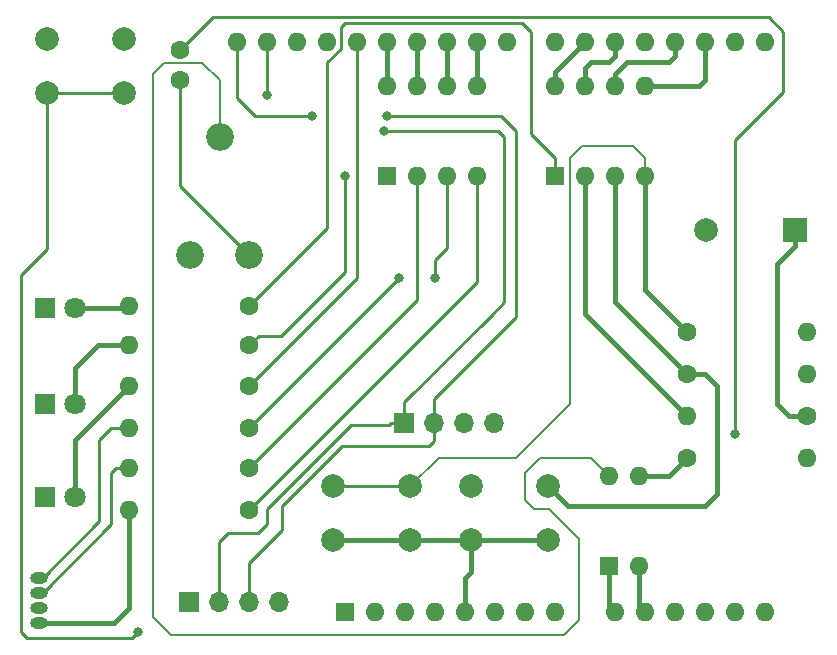
<source format=gbr>
G04 #@! TF.GenerationSoftware,KiCad,Pcbnew,(5.1.4-0-10_14)*
G04 #@! TF.CreationDate,2020-06-08T18:04:02+02:00*
G04 #@! TF.ProjectId,myShield,6d795368-6965-46c6-942e-6b696361645f,rev?*
G04 #@! TF.SameCoordinates,Original*
G04 #@! TF.FileFunction,Copper,L2,Bot*
G04 #@! TF.FilePolarity,Positive*
%FSLAX46Y46*%
G04 Gerber Fmt 4.6, Leading zero omitted, Abs format (unit mm)*
G04 Created by KiCad (PCBNEW (5.1.4-0-10_14)) date 2020-06-08 18:04:02*
%MOMM*%
%LPD*%
G04 APERTURE LIST*
%ADD10O,1.600000X1.600000*%
%ADD11R,1.600000X1.600000*%
%ADD12R,2.000000X2.000000*%
%ADD13C,2.000000*%
%ADD14R,1.800000X1.800000*%
%ADD15C,1.800000*%
%ADD16O,1.524000X1.000000*%
%ADD17R,1.700000X1.700000*%
%ADD18O,1.700000X1.700000*%
%ADD19C,1.600000*%
%ADD20C,2.340000*%
%ADD21C,0.800000*%
%ADD22C,0.254000*%
%ADD23C,0.381000*%
%ADD24C,0.203200*%
G04 APERTURE END LIST*
D10*
X121924000Y-66929000D03*
X124464000Y-66929000D03*
D11*
X131064000Y-115189000D03*
D10*
X161544000Y-66929000D03*
X133604000Y-115189000D03*
X159004000Y-66929000D03*
X136144000Y-115189000D03*
X156464000Y-66929000D03*
X138684000Y-115189000D03*
X153924000Y-66929000D03*
X141224000Y-115189000D03*
X151384000Y-66929000D03*
X143764000Y-115189000D03*
X148844000Y-66929000D03*
X146304000Y-115189000D03*
X144784000Y-66929000D03*
X148844000Y-115189000D03*
X142244000Y-66929000D03*
X153924000Y-115189000D03*
X139704000Y-66929000D03*
X156464000Y-115189000D03*
X137164000Y-66929000D03*
X159004000Y-115189000D03*
X134624000Y-66929000D03*
X161544000Y-115189000D03*
X132084000Y-66929000D03*
X164084000Y-115189000D03*
X129544000Y-66929000D03*
X166624000Y-115189000D03*
X127004000Y-66929000D03*
X166624000Y-66929000D03*
X164084000Y-66929000D03*
D12*
X169164000Y-82804000D03*
D13*
X161564000Y-82804000D03*
D14*
X105664000Y-105410000D03*
D15*
X108204000Y-105410000D03*
X108204000Y-97536000D03*
D14*
X105664000Y-97536000D03*
X105664000Y-89408000D03*
D15*
X108204000Y-89408000D03*
D16*
X105156000Y-116078000D03*
X105156000Y-112268000D03*
X105156000Y-113538000D03*
X105156000Y-114808000D03*
D17*
X136017000Y-99187000D03*
D18*
X138557000Y-99187000D03*
X141097000Y-99187000D03*
X143637000Y-99187000D03*
X125476000Y-114300000D03*
X122936000Y-114300000D03*
X120396000Y-114300000D03*
D17*
X117856000Y-114300000D03*
D19*
X160020000Y-91440000D03*
D10*
X170180000Y-91440000D03*
D19*
X117094000Y-70104000D03*
X117094000Y-67564000D03*
X160020000Y-102108000D03*
D10*
X170180000Y-102108000D03*
D19*
X170180000Y-98552000D03*
D10*
X160020000Y-98552000D03*
X112776000Y-96012000D03*
D19*
X122936000Y-96012000D03*
X122936000Y-92583000D03*
D10*
X112776000Y-92583000D03*
X112776000Y-89281000D03*
D19*
X122936000Y-89281000D03*
D10*
X170180000Y-94996000D03*
D19*
X160020000Y-94996000D03*
D10*
X112776000Y-106553000D03*
D19*
X122936000Y-106553000D03*
X122936000Y-99568000D03*
D10*
X112776000Y-99568000D03*
X112776000Y-102997000D03*
D19*
X122936000Y-102997000D03*
D20*
X117936000Y-84963000D03*
X120436000Y-74963000D03*
X122936000Y-84963000D03*
D13*
X130048000Y-109021000D03*
X130048000Y-104521000D03*
X136548000Y-109021000D03*
X136548000Y-104521000D03*
X148232000Y-104521000D03*
X148232000Y-109021000D03*
X141732000Y-104521000D03*
X141732000Y-109021000D03*
D11*
X148844000Y-78232000D03*
D10*
X156464000Y-70612000D03*
X151384000Y-78232000D03*
X153924000Y-70612000D03*
X153924000Y-78232000D03*
X151384000Y-70612000D03*
X156464000Y-78232000D03*
X148844000Y-70612000D03*
X134620000Y-70612000D03*
X142240000Y-78232000D03*
X137160000Y-70612000D03*
X139700000Y-78232000D03*
X139700000Y-70612000D03*
X137160000Y-78232000D03*
X142240000Y-70612000D03*
D11*
X134620000Y-78232000D03*
D13*
X105791000Y-71175000D03*
X105791000Y-66675000D03*
X112291000Y-71175000D03*
X112291000Y-66675000D03*
D11*
X153416000Y-111252000D03*
D10*
X155956000Y-103632000D03*
X155956000Y-111252000D03*
X153416000Y-103632000D03*
D21*
X134620000Y-73152000D03*
X128270000Y-73152000D03*
X134366000Y-74422000D03*
X124460000Y-71374000D03*
X113538000Y-116840000D03*
X164084000Y-100076000D03*
X131064000Y-78232000D03*
X135636000Y-86868000D03*
X138684000Y-86868000D03*
D22*
X138557000Y-99187000D02*
X138557000Y-97155000D01*
X138557000Y-97155000D02*
X145542000Y-90170000D01*
X145542000Y-90170000D02*
X145542000Y-74422000D01*
X145542000Y-74422000D02*
X144272000Y-73152000D01*
X144272000Y-73152000D02*
X134620000Y-73152000D01*
X128270000Y-73152000D02*
X123444000Y-73152000D01*
X121924000Y-71632000D02*
X121924000Y-66929000D01*
X123444000Y-73152000D02*
X121924000Y-71632000D01*
X122936000Y-114300000D02*
X122936000Y-110998000D01*
X122936000Y-110998000D02*
X125730000Y-108204000D01*
X125730000Y-108204000D02*
X125730000Y-106172000D01*
X125730000Y-106172000D02*
X130810000Y-101092000D01*
X130810000Y-101092000D02*
X138176000Y-101092000D01*
X138557000Y-100711000D02*
X138557000Y-99187000D01*
X138176000Y-101092000D02*
X138557000Y-100711000D01*
X136017000Y-99187000D02*
X136017000Y-97409000D01*
X136017000Y-97409000D02*
X143367001Y-90058999D01*
X143367001Y-90058999D02*
X144526000Y-88900000D01*
X144526000Y-88900000D02*
X144526000Y-74930000D01*
X144526000Y-74930000D02*
X144018000Y-74422000D01*
X144018000Y-74422000D02*
X134366000Y-74422000D01*
X124460000Y-66933000D02*
X124464000Y-66929000D01*
X124460000Y-71374000D02*
X124460000Y-66933000D01*
X123698000Y-108458000D02*
X121158000Y-108458000D01*
X124460000Y-107696000D02*
X123698000Y-108458000D01*
X134786000Y-99314000D02*
X131572000Y-99314000D01*
X120396000Y-109220000D02*
X120396000Y-114300000D01*
X124460000Y-106426000D02*
X124460000Y-107696000D01*
X121158000Y-108458000D02*
X120396000Y-109220000D01*
X134913000Y-99187000D02*
X134786000Y-99314000D01*
X131572000Y-99314000D02*
X124460000Y-106426000D01*
X136017000Y-99187000D02*
X134913000Y-99187000D01*
D23*
X156464000Y-70612000D02*
X161036000Y-70612000D01*
X161036000Y-70612000D02*
X161544000Y-70104000D01*
X161544000Y-70104000D02*
X161544000Y-66929000D01*
X159004000Y-68072000D02*
X159004000Y-66929000D01*
X154940000Y-68580000D02*
X158496000Y-68580000D01*
X158496000Y-68580000D02*
X159004000Y-68072000D01*
X153924000Y-69596000D02*
X154940000Y-68580000D01*
X153924000Y-70612000D02*
X153924000Y-69596000D01*
D22*
X105791000Y-71175000D02*
X112291000Y-71175000D01*
X105791000Y-71175000D02*
X105791000Y-84455000D01*
X105791000Y-84455000D02*
X103632000Y-86614000D01*
X103632000Y-86614000D02*
X103632000Y-116840000D01*
X103632000Y-116840000D02*
X104140000Y-117348000D01*
X104140000Y-117348000D02*
X112014000Y-117348000D01*
X112014000Y-117348000D02*
X112776000Y-117348000D01*
X112776000Y-117348000D02*
X113030000Y-117348000D01*
X113030000Y-117348000D02*
X113538000Y-116840000D01*
D23*
X151384000Y-70612000D02*
X151384000Y-69088000D01*
X151384000Y-69088000D02*
X151892000Y-68580000D01*
X151892000Y-68580000D02*
X153416000Y-68580000D01*
X153416000Y-68580000D02*
X153924000Y-68072000D01*
X153924000Y-68072000D02*
X153924000Y-66929000D01*
X141732000Y-109021000D02*
X141732000Y-111760000D01*
X141224000Y-112268000D02*
X141224000Y-115189000D01*
X141732000Y-111760000D02*
X141224000Y-112268000D01*
D22*
X117094000Y-79121000D02*
X122936000Y-84963000D01*
X117094000Y-70104000D02*
X117094000Y-79121000D01*
D23*
X143146213Y-109021000D02*
X148232000Y-109021000D01*
X141732000Y-109021000D02*
X143146213Y-109021000D01*
X130048000Y-109021000D02*
X136548000Y-109021000D01*
X136548000Y-109021000D02*
X141732000Y-109021000D01*
X148844000Y-69469000D02*
X151384000Y-66929000D01*
X148844000Y-70612000D02*
X148844000Y-69469000D01*
X142244000Y-70608000D02*
X142240000Y-70612000D01*
X142244000Y-66929000D02*
X142244000Y-70608000D01*
X153416000Y-114681000D02*
X153924000Y-115189000D01*
X153416000Y-111252000D02*
X153416000Y-114681000D01*
X139704000Y-70608000D02*
X139700000Y-70612000D01*
X139704000Y-66929000D02*
X139704000Y-70608000D01*
X155956000Y-114681000D02*
X156464000Y-115189000D01*
X155956000Y-111252000D02*
X155956000Y-114681000D01*
X137164000Y-70608000D02*
X137160000Y-70612000D01*
X137164000Y-66929000D02*
X137164000Y-70608000D01*
X134624000Y-70608000D02*
X134620000Y-70612000D01*
X134624000Y-66929000D02*
X134624000Y-70608000D01*
D22*
X132084000Y-86864000D02*
X132084000Y-66929000D01*
X122936000Y-96012000D02*
X132084000Y-86864000D01*
D23*
X168656000Y-98552000D02*
X170180000Y-98552000D01*
X167640000Y-97536000D02*
X168656000Y-98552000D01*
X169164000Y-84185000D02*
X167640000Y-85709000D01*
X167640000Y-85709000D02*
X167640000Y-97536000D01*
X169164000Y-82804000D02*
X169164000Y-84185000D01*
X108204000Y-105410000D02*
X108204000Y-100584000D01*
X108204000Y-100584000D02*
X112776000Y-96012000D01*
X112776000Y-92583000D02*
X110109000Y-92583000D01*
X108204000Y-94488000D02*
X108204000Y-97536000D01*
X110109000Y-92583000D02*
X108204000Y-94488000D01*
X112649000Y-89408000D02*
X112776000Y-89281000D01*
X108204000Y-89408000D02*
X112649000Y-89408000D01*
X105156000Y-116078000D02*
X111506000Y-116078000D01*
X111506000Y-116078000D02*
X112776000Y-114808000D01*
X112776000Y-114808000D02*
X112776000Y-106553000D01*
D22*
X105418000Y-112268000D02*
X110236000Y-107450000D01*
X105156000Y-112268000D02*
X105418000Y-112268000D01*
X110236000Y-107450000D02*
X110236000Y-100584000D01*
X110236000Y-100584000D02*
X111252000Y-99568000D01*
X111252000Y-99568000D02*
X112776000Y-99568000D01*
X111644630Y-102997000D02*
X112776000Y-102997000D01*
X111252000Y-103389630D02*
X111644630Y-102997000D01*
X111252000Y-107704000D02*
X111252000Y-103389630D01*
X105418000Y-113538000D02*
X111252000Y-107704000D01*
X105156000Y-113538000D02*
X105418000Y-113538000D01*
D23*
X156464000Y-87884000D02*
X160020000Y-91440000D01*
X156464000Y-78232000D02*
X156464000Y-87884000D01*
D22*
X131462213Y-104521000D02*
X136548000Y-104521000D01*
X130048000Y-104521000D02*
X131462213Y-104521000D01*
D24*
X136548000Y-104521000D02*
X138961000Y-102108000D01*
X138961000Y-102108000D02*
X145542000Y-102108000D01*
X145542000Y-102108000D02*
X150114000Y-97536000D01*
X150114000Y-97536000D02*
X150114000Y-76708000D01*
X150114000Y-76708000D02*
X151130000Y-75692000D01*
X151130000Y-75692000D02*
X155448000Y-75692000D01*
X156464000Y-76708000D02*
X156464000Y-78232000D01*
X155448000Y-75692000D02*
X156464000Y-76708000D01*
D23*
X158496000Y-103632000D02*
X160020000Y-102108000D01*
X155956000Y-103632000D02*
X158496000Y-103632000D01*
D22*
X119858008Y-64799992D02*
X166907992Y-64799992D01*
X117094000Y-67564000D02*
X119858008Y-64799992D01*
X166907992Y-64799992D02*
X168148000Y-66040000D01*
X168148000Y-66040000D02*
X168148000Y-71120000D01*
X168148000Y-71120000D02*
X164084000Y-75184000D01*
X164084000Y-75184000D02*
X164084000Y-100076000D01*
D23*
X151384000Y-89916000D02*
X160020000Y-98552000D01*
X151384000Y-78232000D02*
X151384000Y-89916000D01*
D22*
X123735999Y-91783001D02*
X125640999Y-91783001D01*
X122936000Y-92583000D02*
X123735999Y-91783001D01*
X125640999Y-91783001D02*
X131064000Y-86360000D01*
X131064000Y-86360000D02*
X131064000Y-78232000D01*
X146812000Y-66040000D02*
X146812000Y-74676000D01*
X131064000Y-65254002D02*
X146026002Y-65254002D01*
X146026002Y-65254002D02*
X146812000Y-66040000D01*
X130671001Y-67469961D02*
X130671001Y-65647001D01*
X129540000Y-82677000D02*
X129540000Y-68600962D01*
X122936000Y-89281000D02*
X129540000Y-82677000D01*
X130671001Y-65647001D02*
X131064000Y-65254002D01*
X148844000Y-76708000D02*
X148844000Y-78232000D01*
X146812000Y-74676000D02*
X148844000Y-76708000D01*
X129540000Y-68600962D02*
X130671001Y-67469961D01*
D23*
X153924000Y-88900000D02*
X160020000Y-94996000D01*
X153924000Y-78232000D02*
X153924000Y-88900000D01*
X148232000Y-104521000D02*
X149883000Y-106172000D01*
X149883000Y-106172000D02*
X161544000Y-106172000D01*
X161544000Y-106172000D02*
X162560000Y-105156000D01*
X162560000Y-105156000D02*
X162560000Y-96012000D01*
X161544000Y-94996000D02*
X160020000Y-94996000D01*
X162560000Y-96012000D02*
X161544000Y-94996000D01*
D22*
X142240000Y-87249000D02*
X142240000Y-78232000D01*
X122936000Y-106553000D02*
X142240000Y-87249000D01*
X122936000Y-99568000D02*
X135636000Y-86868000D01*
X138684000Y-86868000D02*
X138684000Y-85344000D01*
X139700000Y-84328000D02*
X139700000Y-78232000D01*
X138684000Y-85344000D02*
X139700000Y-84328000D01*
X137160000Y-88773000D02*
X137160000Y-78232000D01*
X122936000Y-102997000D02*
X137160000Y-88773000D01*
D24*
X120436000Y-74963000D02*
X120436000Y-70144000D01*
X118957601Y-68665601D02*
X115738399Y-68665601D01*
X120436000Y-70144000D02*
X118957601Y-68665601D01*
X115738399Y-68665601D02*
X114808000Y-69596000D01*
X114808000Y-69596000D02*
X114808000Y-115570000D01*
X114808000Y-115570000D02*
X116332000Y-117094000D01*
X116332000Y-117094000D02*
X149606000Y-117094000D01*
X149606000Y-117094000D02*
X150876000Y-115824000D01*
X150876000Y-115824000D02*
X150876000Y-108966000D01*
X150876000Y-108966000D02*
X148336000Y-106426000D01*
X148336000Y-106426000D02*
X147066000Y-106426000D01*
X147066000Y-106426000D02*
X146304000Y-105664000D01*
X146304000Y-105664000D02*
X146304000Y-103378000D01*
X146304000Y-103378000D02*
X147574000Y-102108000D01*
X151892000Y-102108000D02*
X153416000Y-103632000D01*
X147574000Y-102108000D02*
X151892000Y-102108000D01*
M02*

</source>
